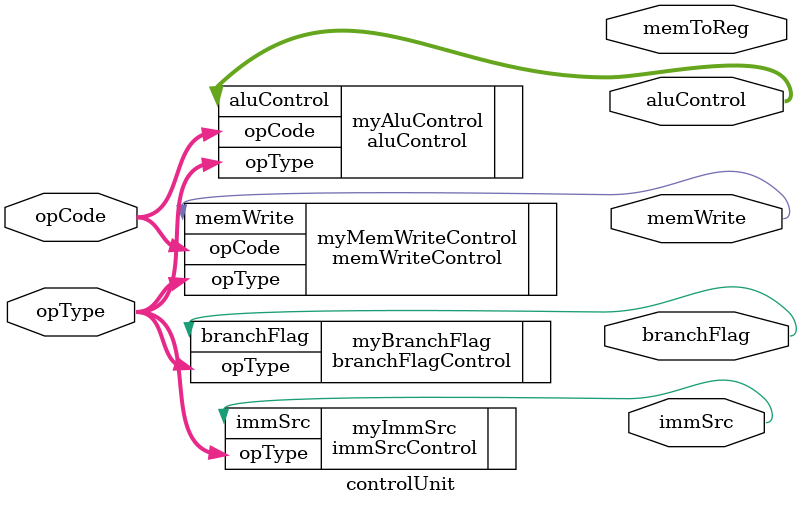
<source format=sv>
module controlUnit(input [1:0] opType, input [3:0] opCode, output immSrc,branchFlag,memWrite,memToReg, output [3:0] aluControl);

 //immSrc : es inmediato en alu
 //brachFlag: es branch
 //aluControl: operacion en alu
 //memWrite: operacion escribe en memoria
 //memToReg: de memoria a registro
 
 
	immSrcControl myImmSrc(.opType(opType),.immSrc(immSrc));
	branchFlagControl myBranchFlag (.opType(opType),.branchFlag(branchFlag));
	aluControl myAluControl(.opType(opType),.opCode(opCode),.aluControl(aluControl));
	memWriteControl myMemWriteControl(.opType(opType),.opCode(opCode),.memWrite(memWrite));
endmodule 
</source>
